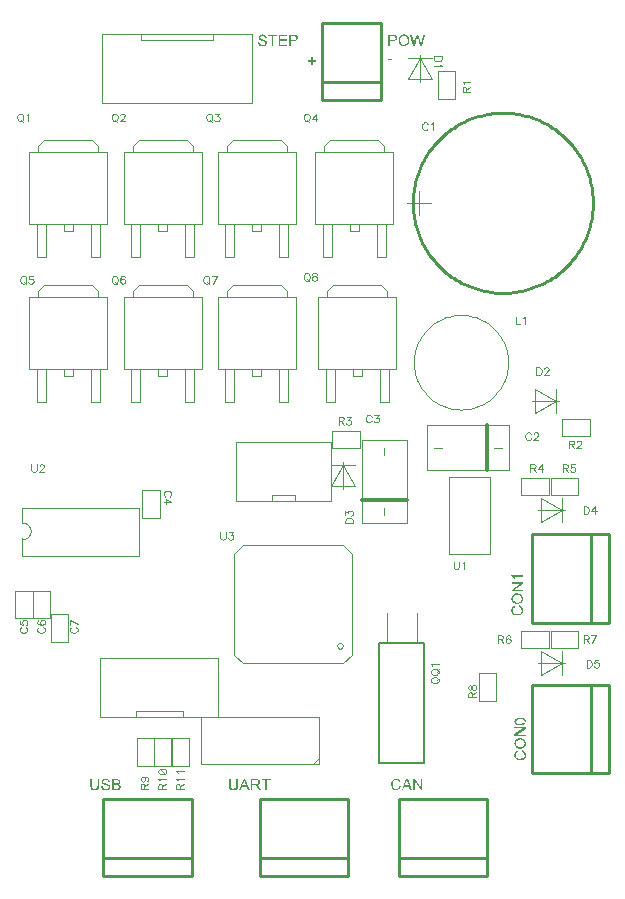
<source format=gts>
G04*
G04  File:            STEP_DIMA1A.GTS, Thu Jun 24 12:16:09 2021*
G04  Source:          P-CAD 2004 PCB, Version 18.04.615, (D:\proj\velograph\snail\pcb\step_dima1a.pcb)*
G04  Format:          Gerber Format (RS-274-D), ASCII*
G04*
G04  Format Options:  Absolute Positioning*
G04                   Leading-Zero Suppression*
G04                   Scale Factor 1:1*
G04                   NO Circular Interpolation*
G04                   Millimeter Units*
G04                   Numeric Format: 5.3 (XXXXX.XXX)*
G04                   G54 NOT Used for Aperture Change*
G04                   Apertures Embedded*
G04*
G04  File Options:    Offset = (0.000mm,0.000mm)*
G04                   Drill Symbol Size = 0.000mm*
G04                   No Pad/Via Holes*
G04*
G04  File Contents:   No Pads*
G04                   No Vias*
G04                   Designators*
G04                   No Types*
G04                   No Values*
G04                   No Drill Symbols*
G04                   Top Silk*
G04*
%INSTEP_DIMA1A.GTS*%
%ICAS*%
%MOMM*%
G04*
G04  Aperture MACROs for general use --- invoked via D-code assignment *
G04*
G04  General MACRO for flashed round with rotation and/or offset hole *
%AMROTOFFROUND*
1,1,$1,0.0000,0.0000*
1,0,$2,$3,$4*%
G04*
G04  General MACRO for flashed oval (obround) with rotation and/or offset hole *
%AMROTOFFOVAL*
21,1,$1,$2,0.0000,0.0000,$3*
1,1,$4,$5,$6*
1,1,$4,0-$5,0-$6*
1,0,$7,$8,$9*%
G04*
G04  General MACRO for flashed oval (obround) with rotation and no hole *
%AMROTOVALNOHOLE*
21,1,$1,$2,0.0000,0.0000,$3*
1,1,$4,$5,$6*
1,1,$4,0-$5,0-$6*%
G04*
G04  General MACRO for flashed rectangle with rotation and/or offset hole *
%AMROTOFFRECT*
21,1,$1,$2,0.0000,0.0000,$3*
1,0,$4,$5,$6*%
G04*
G04  General MACRO for flashed rectangle with rotation and no hole *
%AMROTRECTNOHOLE*
21,1,$1,$2,0.0000,0.0000,$3*%
G04*
G04  General MACRO for flashed rounded-rectangle *
%AMROUNDRECT*
21,1,$1,$2-$4,0.0000,0.0000,$3*
21,1,$1-$4,$2,0.0000,0.0000,$3*
1,1,$4,$5,$6*
1,1,$4,$7,$8*
1,1,$4,0-$5,0-$6*
1,1,$4,0-$7,0-$8*
1,0,$9,$10,$11*%
G04*
G04  General MACRO for flashed rounded-rectangle with rotation and no hole *
%AMROUNDRECTNOHOLE*
21,1,$1,$2-$4,0.0000,0.0000,$3*
21,1,$1-$4,$2,0.0000,0.0000,$3*
1,1,$4,$5,$6*
1,1,$4,$7,$8*
1,1,$4,0-$5,0-$6*
1,1,$4,0-$7,0-$8*%
G04*
G04  General MACRO for flashed regular polygon *
%AMREGPOLY*
5,1,$1,0.0000,0.0000,$2,$3+$4*
1,0,$5,$6,$7*%
G04*
G04  General MACRO for flashed regular polygon with no hole *
%AMREGPOLYNOHOLE*
5,1,$1,0.0000,0.0000,$2,$3+$4*%
G04*
G04  General MACRO for target *
%AMTARGET*
6,0,0,$1,$2,$3,4,$4,$5,$6*%
G04*
G04  General MACRO for mounting hole *
%AMMTHOLE*
1,1,$1,0,0*
1,0,$2,0,0*
$1=$1-$2*
$1=$1/2*
21,1,$2+$1,$3,0,0,$4*
21,1,$3,$2+$1,0,0,$4*%
G04*
G04*
G04  D10 : "Ellipse X0.254mm Y0.254mm H0.000mm 0.0deg (0.000mm,0.000mm) Draw"*
G04  Disc: OuterDia=0.2540*
%ADD10C, 0.2540*%
G04  D11 : "Ellipse X0.025mm Y0.025mm H0.000mm 0.0deg (0.000mm,0.000mm) Draw"*
G04  Disc: OuterDia=0.0254*
%ADD11C, 0.0254*%
G04  D12 : "Ellipse X0.300mm Y0.300mm H0.000mm 0.0deg (0.000mm,0.000mm) Draw"*
G04  Disc: OuterDia=0.3000*
%ADD12C, 0.3000*%
G04  D13 : "Ellipse X0.305mm Y0.305mm H0.000mm 0.0deg (0.000mm,0.000mm) Draw"*
G04  Disc: OuterDia=0.3048*
%ADD13C, 0.3048*%
G04  D14 : "Ellipse X0.310mm Y0.310mm H0.000mm 0.0deg (0.000mm,0.000mm) Draw"*
G04  Disc: OuterDia=0.3100*
%ADD14C, 0.3100*%
G04  D15 : "Ellipse X0.350mm Y0.350mm H0.000mm 0.0deg (0.000mm,0.000mm) Draw"*
G04  Disc: OuterDia=0.3500*
%ADD15C, 0.3500*%
G04  D16 : "Ellipse X0.381mm Y0.381mm H0.000mm 0.0deg (0.000mm,0.000mm) Draw"*
G04  Disc: OuterDia=0.3810*
%ADD16C, 0.3810*%
G04  D17 : "Ellipse X0.500mm Y0.500mm H0.000mm 0.0deg (0.000mm,0.000mm) Draw"*
G04  Disc: OuterDia=0.5000*
%ADD17C, 0.5000*%
G04  D18 : "Ellipse X0.064mm Y0.064mm H0.000mm 0.0deg (0.000mm,0.000mm) Draw"*
G04  Disc: OuterDia=0.0635*
%ADD18C, 0.0635*%
G04  D19 : "Ellipse X0.635mm Y0.635mm H0.000mm 0.0deg (0.000mm,0.000mm) Draw"*
G04  Disc: OuterDia=0.6350*
%ADD19C, 0.6350*%
G04  D20 : "Ellipse X0.700mm Y0.700mm H0.000mm 0.0deg (0.000mm,0.000mm) Draw"*
G04  Disc: OuterDia=0.7000*
%ADD20C, 0.7000*%
G04  D21 : "Ellipse X0.076mm Y0.076mm H0.000mm 0.0deg (0.000mm,0.000mm) Draw"*
G04  Disc: OuterDia=0.0762*
%ADD21C, 0.0762*%
G04  D22 : "Ellipse X0.100mm Y0.100mm H0.000mm 0.0deg (0.000mm,0.000mm) Draw"*
G04  Disc: OuterDia=0.1000*
%ADD22C, 0.1000*%
G04  D23 : "Ellipse X1.000mm Y1.000mm H0.000mm 0.0deg (0.000mm,0.000mm) Draw"*
G04  Disc: OuterDia=1.0000*
%ADD23C, 1.0000*%
G04  D24 : "Ellipse X0.102mm Y0.102mm H0.000mm 0.0deg (0.000mm,0.000mm) Draw"*
G04  Disc: OuterDia=0.1016*
%ADD24C, 0.1016*%
G04  D25 : "Ellipse X0.127mm Y0.127mm H0.000mm 0.0deg (0.000mm,0.000mm) Draw"*
G04  Disc: OuterDia=0.1270*
%ADD25C, 0.1270*%
G04  D26 : "Ellipse X1.300mm Y1.300mm H0.000mm 0.0deg (0.000mm,0.000mm) Draw"*
G04  Disc: OuterDia=1.3000*
%ADD26C, 1.3000*%
G04  D27 : "Ellipse X1.500mm Y1.500mm H0.000mm 0.0deg (0.000mm,0.000mm) Draw"*
G04  Disc: OuterDia=1.5000*
%ADD27C, 1.5000*%
G04  D28 : "Ellipse X0.200mm Y0.200mm H0.000mm 0.0deg (0.000mm,0.000mm) Draw"*
G04  Disc: OuterDia=0.2000*
%ADD28C, 0.2000*%
G04  D29 : "Ellipse X2.000mm Y2.000mm H0.000mm 0.0deg (0.000mm,0.000mm) Draw"*
G04  Disc: OuterDia=2.0000*
%ADD29C, 2.0000*%
G04  D30 : "Ellipse X0.203mm Y0.203mm H0.000mm 0.0deg (0.000mm,0.000mm) Draw"*
G04  Disc: OuterDia=0.2032*
%ADD30C, 0.2032*%
G04  D31 : "Ellipse X0.250mm Y0.250mm H0.000mm 0.0deg (0.000mm,0.000mm) Draw"*
G04  Disc: OuterDia=0.2500*
%ADD31C, 0.2500*%
G04  D32 : "Ellipse X2.602mm Y2.602mm H0.000mm 0.0deg (0.000mm,0.000mm) Flash"*
G04  Disc: OuterDia=2.6020*
%ADD32C, 2.6020*%
G04  D33 : "Ellipse X3.602mm Y3.602mm H0.000mm 0.0deg (0.000mm,0.000mm) Flash"*
G04  Disc: OuterDia=3.6020*
%ADD33C, 3.6020*%
G04  D34 : "Ellipse X1.270mm Y1.270mm H0.000mm 0.0deg (0.000mm,0.000mm) Flash"*
G04  Disc: OuterDia=1.2700*
%ADD34C, 1.2700*%
G04  D35 : "Ellipse X1.372mm Y1.372mm H0.000mm 0.0deg (0.000mm,0.000mm) Flash"*
G04  Disc: OuterDia=1.3720*
%ADD35C, 1.3720*%
G04  D36 : "Ellipse X1.400mm Y1.400mm H0.000mm 0.0deg (0.000mm,0.000mm) Flash"*
G04  Disc: OuterDia=1.4000*
%ADD36C, 1.4000*%
G04  D37 : "Ellipse X1.502mm Y1.502mm H0.000mm 0.0deg (0.000mm,0.000mm) Flash"*
G04  Disc: OuterDia=1.5020*
%ADD37C, 1.5020*%
G04  D38 : "Ellipse X1.600mm Y1.600mm H0.000mm 0.0deg (0.000mm,0.000mm) Flash"*
G04  Disc: OuterDia=1.6000*
%ADD38C, 1.6000*%
G04  D39 : "Ellipse X1.702mm Y1.702mm H0.000mm 0.0deg (0.000mm,0.000mm) Flash"*
G04  Disc: OuterDia=1.7020*
%ADD39C, 1.7020*%
G04  D40 : "Ellipse X1.800mm Y1.800mm H0.000mm 0.0deg (0.000mm,0.000mm) Flash"*
G04  Disc: OuterDia=1.8000*
%ADD40C, 1.8000*%
G04  D41 : "Ellipse X1.902mm Y1.902mm H0.000mm 0.0deg (0.000mm,0.000mm) Flash"*
G04  Disc: OuterDia=1.9020*
%ADD41C, 1.9020*%
G04  D42 : "Ellipse X2.500mm Y2.500mm H0.000mm 0.0deg (0.000mm,0.000mm) Flash"*
G04  Disc: OuterDia=2.5000*
%ADD42C, 2.5000*%
G04  D43 : "Mounting Hole X3.500mm Y3.500mm H0.000mm 0.0deg (0.000mm,0.000mm) Flash"*
G04  Mounting Hole: Diameter=3.5000, Rotation=0.0, LineWidth=0.1270 *
%ADD43MTHOLE, 3.5000 X2.9920 X0.1270 X0.0*%
G04  D44 : "Rectangle X0.300mm Y1.500mm H0.000mm 0.0deg (0.000mm,0.000mm) Flash"*
G04  Rectangular: DimX=0.3000, DimY=1.5000, Rotation=0.0, OffsetX=0.0000, OffsetY=0.0000, HoleDia=0.0000 *
%ADD44R, 0.3000 X1.5000*%
G04  D45 : "Rectangle X1.500mm Y0.300mm H0.000mm 0.0deg (0.000mm,0.000mm) Flash"*
G04  Rectangular: DimX=1.5000, DimY=0.3000, Rotation=0.0, OffsetX=0.0000, OffsetY=0.0000, HoleDia=0.0000 *
%ADD45R, 1.5000 X0.3000*%
G04  D46 : "Rectangle X4.600mm Y2.800mm H0.000mm 0.0deg (0.000mm,0.000mm) Flash"*
G04  Rectangular: DimX=4.6000, DimY=2.8000, Rotation=0.0, OffsetX=0.0000, OffsetY=0.0000, HoleDia=0.0000 *
%ADD46R, 4.6000 X2.8000*%
G04  D47 : "Rectangle X4.700mm Y2.900mm H0.000mm 0.0deg (0.000mm,0.000mm) Flash"*
G04  Rectangular: DimX=4.7000, DimY=2.9000, Rotation=0.0, OffsetX=0.0000, OffsetY=0.0000, HoleDia=0.0000 *
%ADD47R, 4.7000 X2.9000*%
G04  D48 : "Rectangle X4.800mm Y3.000mm H0.000mm 0.0deg (0.000mm,0.000mm) Flash"*
G04  Rectangular: DimX=4.8000, DimY=3.0000, Rotation=0.0, OffsetX=0.0000, OffsetY=0.0000, HoleDia=0.0000 *
%ADD48R, 4.8000 X3.0000*%
G04  D49 : "Rectangle X7.500mm Y3.000mm H0.000mm 0.0deg (0.000mm,0.000mm) Flash"*
G04  Rectangular: DimX=7.5000, DimY=3.0000, Rotation=0.0, OffsetX=0.0000, OffsetY=0.0000, HoleDia=0.0000 *
%ADD49R, 7.5000 X3.0000*%
G04  D50 : "Rectangle X7.602mm Y3.102mm H0.000mm 0.0deg (0.000mm,0.000mm) Flash"*
G04  Rectangular: DimX=7.6020, DimY=3.1020, Rotation=0.0, OffsetX=0.0000, OffsetY=0.0000, HoleDia=0.0000 *
%ADD50R, 7.6020 X3.1020*%
G04  D51 : "Rectangle X1.400mm Y3.500mm H0.000mm 0.0deg (0.000mm,0.000mm) Flash"*
G04  Rectangular: DimX=1.4000, DimY=3.5000, Rotation=0.0, OffsetX=0.0000, OffsetY=0.0000, HoleDia=0.0000 *
%ADD51R, 1.4000 X3.5000*%
G04  D52 : "Rectangle X1.502mm Y3.602mm H0.000mm 0.0deg (0.000mm,0.000mm) Flash"*
G04  Rectangular: DimX=1.5020, DimY=3.6020, Rotation=0.0, OffsetX=0.0000, OffsetY=0.0000, HoleDia=0.0000 *
%ADD52R, 1.5020 X3.6020*%
G04  D53 : "Rectangle X0.402mm Y1.602mm H0.000mm 0.0deg (0.000mm,0.000mm) Flash"*
G04  Rectangular: DimX=0.4020, DimY=1.6020, Rotation=0.0, OffsetX=0.0000, OffsetY=0.0000, HoleDia=0.0000 *
%ADD53R, 0.4020 X1.6020*%
G04  D54 : "Rectangle X1.602mm Y0.402mm H0.000mm 0.0deg (0.000mm,0.000mm) Flash"*
G04  Rectangular: DimX=1.6020, DimY=0.4020, Rotation=0.0, OffsetX=0.0000, OffsetY=0.0000, HoleDia=0.0000 *
%ADD54R, 1.6020 X0.4020*%
G04  D55 : "Rectangle X5.080mm Y5.080mm H0.000mm 0.0deg (0.000mm,0.000mm) Flash"*
G04  Square: Side=5.0800, Rotation=0.0, OffsetX=0.0000, OffsetY=0.0000, HoleDia=0.0000*
%ADD55R, 5.0800 X5.0800*%
G04  D56 : "Rectangle X5.182mm Y5.182mm H0.000mm 0.0deg (0.000mm,0.000mm) Flash"*
G04  Square: Side=5.1820, Rotation=0.0, OffsetX=0.0000, OffsetY=0.0000, HoleDia=0.0000*
%ADD56R, 5.1820 X5.1820*%
G04  D57 : "Rectangle X0.600mm Y0.900mm H0.000mm 0.0deg (0.000mm,0.000mm) Flash"*
G04  Rectangular: DimX=0.6000, DimY=0.9000, Rotation=0.0, OffsetX=0.0000, OffsetY=0.0000, HoleDia=0.0000 *
%ADD57R, 0.6000 X0.9000*%
G04  D58 : "Rectangle X0.900mm Y0.600mm H0.000mm 0.0deg (0.000mm,0.000mm) Flash"*
G04  Rectangular: DimX=0.9000, DimY=0.6000, Rotation=0.0, OffsetX=0.0000, OffsetY=0.0000, HoleDia=0.0000 *
%ADD58R, 0.9000 X0.6000*%
G04  D59 : "Rectangle X0.650mm Y1.310mm H0.000mm 0.0deg (0.000mm,0.000mm) Flash"*
G04  Rectangular: DimX=0.6500, DimY=1.3100, Rotation=0.0, OffsetX=0.0000, OffsetY=0.0000, HoleDia=0.0000 *
%ADD59R, 0.6500 X1.3100*%
G04  D60 : "Rectangle X0.702mm Y1.002mm H0.000mm 0.0deg (0.000mm,0.000mm) Flash"*
G04  Rectangular: DimX=0.7020, DimY=1.0020, Rotation=0.0, OffsetX=0.0000, OffsetY=0.0000, HoleDia=0.0000 *
%ADD60R, 0.7020 X1.0020*%
G04  D61 : "Rectangle X1.002mm Y0.702mm H0.000mm 0.0deg (0.000mm,0.000mm) Flash"*
G04  Rectangular: DimX=1.0020, DimY=0.7020, Rotation=0.0, OffsetX=0.0000, OffsetY=0.0000, HoleDia=0.0000 *
%ADD61R, 1.0020 X0.7020*%
G04  D62 : "Rectangle X0.752mm Y1.412mm H0.000mm 0.0deg (0.000mm,0.000mm) Flash"*
G04  Rectangular: DimX=0.7520, DimY=1.4120, Rotation=0.0, OffsetX=0.0000, OffsetY=0.0000, HoleDia=0.0000 *
%ADD62R, 0.7520 X1.4120*%
G04  D63 : "Rectangle X1.220mm Y0.910mm H0.000mm 0.0deg (0.000mm,0.000mm) Flash"*
G04  Rectangular: DimX=1.2200, DimY=0.9100, Rotation=0.0, OffsetX=0.0000, OffsetY=0.0000, HoleDia=0.0000 *
%ADD63R, 1.2200 X0.9100*%
G04  D64 : "Rectangle X0.950mm Y1.100mm H0.000mm 0.0deg (0.000mm,0.000mm) Flash"*
G04  Rectangular: DimX=0.9500, DimY=1.1000, Rotation=0.0, OffsetX=0.0000, OffsetY=0.0000, HoleDia=0.0000 *
%ADD64R, 0.9500 X1.1000*%
G04  D65 : "Rectangle X1.322mm Y1.012mm H0.000mm 0.0deg (0.000mm,0.000mm) Flash"*
G04  Rectangular: DimX=1.3220, DimY=1.0120, Rotation=0.0, OffsetX=0.0000, OffsetY=0.0000, HoleDia=0.0000 *
%ADD65R, 1.3220 X1.0120*%
G04  D66 : "Rectangle X1.052mm Y1.202mm H0.000mm 0.0deg (0.000mm,0.000mm) Flash"*
G04  Rectangular: DimX=1.0520, DimY=1.2020, Rotation=0.0, OffsetX=0.0000, OffsetY=0.0000, HoleDia=0.0000 *
%ADD66R, 1.0520 X1.2020*%
G04  D67 : "Rectangle X1.600mm Y1.100mm H0.000mm 0.0deg (0.000mm,0.000mm) Flash"*
G04  Rectangular: DimX=1.6000, DimY=1.1000, Rotation=0.0, OffsetX=0.0000, OffsetY=0.0000, HoleDia=0.0000 *
%ADD67R, 1.6000 X1.1000*%
G04  D68 : "Rectangle X1.400mm Y1.200mm H0.000mm 0.0deg (0.000mm,0.000mm) Flash"*
G04  Rectangular: DimX=1.4000, DimY=1.2000, Rotation=0.0, OffsetX=0.0000, OffsetY=0.0000, HoleDia=0.0000 *
%ADD68R, 1.4000 X1.2000*%
G04  D69 : "Rectangle X1.702mm Y1.202mm H0.000mm 0.0deg (0.000mm,0.000mm) Flash"*
G04  Rectangular: DimX=1.7020, DimY=1.2020, Rotation=0.0, OffsetX=0.0000, OffsetY=0.0000, HoleDia=0.0000 *
%ADD69R, 1.7020 X1.2020*%
G04  D70 : "Rectangle X1.502mm Y1.302mm H0.000mm 0.0deg (0.000mm,0.000mm) Flash"*
G04  Rectangular: DimX=1.5020, DimY=1.3020, Rotation=0.0, OffsetX=0.0000, OffsetY=0.0000, HoleDia=0.0000 *
%ADD70R, 1.5020 X1.3020*%
G04  D71 : "Rectangle X1.500mm Y1.800mm H0.000mm 0.0deg (0.000mm,0.000mm) Flash"*
G04  Rectangular: DimX=1.5000, DimY=1.8000, Rotation=0.0, OffsetX=0.0000, OffsetY=0.0000, HoleDia=0.0000 *
%ADD71R, 1.5000 X1.8000*%
G04  D72 : "Rectangle X1.800mm Y1.500mm H0.000mm 0.0deg (0.000mm,0.000mm) Flash"*
G04  Rectangular: DimX=1.8000, DimY=1.5000, Rotation=0.0, OffsetX=0.0000, OffsetY=0.0000, HoleDia=0.0000 *
%ADD72R, 1.8000 X1.5000*%
G04  D73 : "Rectangle X1.600mm Y1.350mm H0.000mm 0.0deg (0.000mm,0.000mm) Flash"*
G04  Rectangular: DimX=1.6000, DimY=1.3500, Rotation=0.0, OffsetX=0.0000, OffsetY=0.0000, HoleDia=0.0000 *
%ADD73R, 1.6000 X1.3500*%
G04  D74 : "Rectangle X1.602mm Y1.902mm H0.000mm 0.0deg (0.000mm,0.000mm) Flash"*
G04  Rectangular: DimX=1.6020, DimY=1.9020, Rotation=0.0, OffsetX=0.0000, OffsetY=0.0000, HoleDia=0.0000 *
%ADD74R, 1.6020 X1.9020*%
G04  D75 : "Rectangle X1.902mm Y1.602mm H0.000mm 0.0deg (0.000mm,0.000mm) Flash"*
G04  Rectangular: DimX=1.9020, DimY=1.6020, Rotation=0.0, OffsetX=0.0000, OffsetY=0.0000, HoleDia=0.0000 *
%ADD75R, 1.9020 X1.6020*%
G04  D76 : "Rectangle X1.702mm Y1.452mm H0.000mm 0.0deg (0.000mm,0.000mm) Flash"*
G04  Rectangular: DimX=1.7020, DimY=1.4520, Rotation=0.0, OffsetX=0.0000, OffsetY=0.0000, HoleDia=0.0000 *
%ADD76R, 1.7020 X1.4520*%
G04  D77 : "Rectangle X1.778mm Y3.175mm H0.000mm 0.0deg (0.000mm,0.000mm) Flash"*
G04  Rectangular: DimX=1.7780, DimY=3.1750, Rotation=0.0, OffsetX=0.0000, OffsetY=0.0000, HoleDia=0.0000 *
%ADD77R, 1.7780 X3.1750*%
G04  D78 : "Rectangle X1.800mm Y1.800mm H0.000mm 0.0deg (0.000mm,0.000mm) Flash"*
G04  Square: Side=1.8000, Rotation=0.0, OffsetX=0.0000, OffsetY=0.0000, HoleDia=0.0000*
%ADD78R, 1.8000 X1.8000*%
G04  D79 : "Rectangle X1.880mm Y3.277mm H0.000mm 0.0deg (0.000mm,0.000mm) Flash"*
G04  Rectangular: DimX=1.8800, DimY=3.2770, Rotation=0.0, OffsetX=0.0000, OffsetY=0.0000, HoleDia=0.0000 *
%ADD79R, 1.8800 X3.2770*%
G04  D80 : "Rectangle X0.200mm Y1.900mm H0.000mm 0.0deg (0.000mm,0.000mm) Flash"*
G04  Rectangular: DimX=0.2000, DimY=1.9000, Rotation=0.0, OffsetX=0.0000, OffsetY=0.0000, HoleDia=0.0000 *
%ADD80R, 0.2000 X1.9000*%
G04  D81 : "Rectangle X1.902mm Y1.902mm H0.000mm 0.0deg (0.000mm,0.000mm) Flash"*
G04  Square: Side=1.9020, Rotation=0.0, OffsetX=0.0000, OffsetY=0.0000, HoleDia=0.0000*
%ADD81R, 1.9020 X1.9020*%
G04  D82 : "Rectangle X0.300mm Y2.000mm H0.000mm 0.0deg (0.000mm,0.000mm) Flash"*
G04  Rectangular: DimX=0.3000, DimY=2.0000, Rotation=0.0, OffsetX=0.0000, OffsetY=0.0000, HoleDia=0.0000 *
%ADD82R, 0.3000 X2.0000*%
G04  D83 : "Rectangle X2.000mm Y4.000mm H0.000mm 0.0deg (0.000mm,0.000mm) Flash"*
G04  Rectangular: DimX=2.0000, DimY=4.0000, Rotation=0.0, OffsetX=0.0000, OffsetY=0.0000, HoleDia=0.0000 *
%ADD83R, 2.0000 X4.0000*%
G04  D84 : "Rectangle X4.000mm Y2.000mm H0.000mm 0.0deg (0.000mm,0.000mm) Flash"*
G04  Rectangular: DimX=4.0000, DimY=2.0000, Rotation=0.0, OffsetX=0.0000, OffsetY=0.0000, HoleDia=0.0000 *
%ADD84R, 4.0000 X2.0000*%
G04  D85 : "Rectangle X0.400mm Y2.100mm H0.000mm 0.0deg (0.000mm,0.000mm) Flash"*
G04  Rectangular: DimX=0.4000, DimY=2.1000, Rotation=0.0, OffsetX=0.0000, OffsetY=0.0000, HoleDia=0.0000 *
%ADD85R, 0.4000 X2.1000*%
G04  D86 : "Rectangle X2.102mm Y4.102mm H0.000mm 0.0deg (0.000mm,0.000mm) Flash"*
G04  Rectangular: DimX=2.1020, DimY=4.1020, Rotation=0.0, OffsetX=0.0000, OffsetY=0.0000, HoleDia=0.0000 *
%ADD86R, 2.1020 X4.1020*%
G04  D87 : "Rectangle X4.102mm Y2.102mm H0.000mm 0.0deg (0.000mm,0.000mm) Flash"*
G04  Rectangular: DimX=4.1020, DimY=2.1020, Rotation=0.0, OffsetX=0.0000, OffsetY=0.0000, HoleDia=0.0000 *
%ADD87R, 4.1020 X2.1020*%
G04  D88 : "Ellipse X0.600mm Y0.600mm H0.000mm 0.0deg (0.000mm,0.000mm) Flash"*
G04  Disc: OuterDia=0.6000*
%ADD88C, 0.6000*%
G04  D89 : "Ellipse X0.702mm Y0.702mm H0.000mm 0.0deg (0.000mm,0.000mm) Flash"*
G04  Disc: OuterDia=0.7020*
%ADD89C, 0.7020*%
G04*
%FSLAX53Y53*%
%SFA1B1*%
%OFA0.000B0.000*%
G04*
G71*
G90*
G01*
D2*
%LNTop Silk*%
D10*
D22*
X384475Y385325*
X383025D1*
Y387675D2*
X384475D1*
Y385325*
X383025D2*
Y387675D1*
X384781Y386562D2*
X384718Y386531D1*
X384656Y386468*
X384625Y386406*
Y386281*
X384656Y386218*
X384718Y386156*
X384781Y386125*
X384875Y386093*
X385031*
X385125Y386125*
X385187Y386156*
X385250Y386218*
X385281Y386281*
Y386406*
X385250Y386468*
X385187Y386531*
X385125Y386562*
X385281Y386875D2*
X384625Y387187D1*
Y386750*
D2*
D25*
D22*
X417225Y431325*
X415775D1*
Y433675D2*
X417225D1*
Y431325*
X415775D2*
Y433675D1*
X418187Y431875D2*
Y432156D1*
X418156Y432250*
X418125Y432281*
X418062Y432312*
X418000*
X417937Y432281*
X417906Y432250*
X417875Y432156*
Y431875*
X418531*
X418187Y432093D2*
X418531Y432312D1*
X418000Y432593D2*
X417968Y432656D1*
X417875Y432750*
X418531*
X422825Y384775D2*
Y386225D1*
X425175D2*
Y384775D1*
X422825*
Y386225D2*
X425175D1*
X420875Y385562D2*
X421156D1*
X421250Y385593*
X421281Y385625*
X421312Y385687*
Y385750*
X421281Y385812*
X421250Y385843*
X421156Y385875*
X420875*
Y385218*
X421093Y385562D2*
X421312Y385218D1*
X421906Y385781D2*
X421875Y385843D1*
X421781Y385875*
X421718*
X421625Y385843*
X421562Y385750*
X421531Y385593*
Y385437*
X421562Y385312*
X421625Y385250*
X421718Y385218*
X421750*
X421843Y385250*
X421906Y385312*
X421937Y385406*
Y385437*
X421906Y385531*
X421843Y385593*
X421750Y385625*
X421718*
X421625Y385593*
X421562Y385531*
X421531Y385437*
X425175Y399225D2*
Y397775D1*
X422825D2*
Y399225D1*
X425175*
Y397775D2*
X422825D1*
X423625Y400062D2*
X423906D1*
X424000Y400093*
X424031Y400125*
X424062Y400187*
Y400250*
X424031Y400312*
X424000Y400343*
X423906Y400375*
X423625*
Y399718*
X423843Y400062D2*
X424062Y399718D1*
X424562D2*
Y400375D1*
X424250Y399937*
X424718*
X390775Y398175D2*
X392225D1*
Y395825D2*
X390775D1*
Y398175*
X392225D2*
Y395825D1*
X393068Y397637D2*
X393131Y397668D1*
X393193Y397731*
X393225Y397793*
Y397918*
X393193Y397981*
X393131Y398043*
X393068Y398075*
X392975Y398106*
X392818*
X392725Y398075*
X392662Y398043*
X392600Y397981*
X392568Y397918*
Y397793*
X392600Y397731*
X392662Y397668*
X392725Y397637*
X392568Y397137D2*
X393225D1*
X392787Y397450*
Y396981*
X391725Y374825D2*
X390275D1*
Y377175D2*
X391725D1*
Y374825*
X390275D2*
Y377175D1*
X390937Y372875D2*
Y373156D1*
X390906Y373250*
X390875Y373281*
X390812Y373312*
X390750*
X390687Y373281*
X390656Y373250*
X390625Y373156*
Y372875*
X391281*
X390937Y373093D2*
X391281Y373312D1*
X390843Y373906D2*
X390937Y373875D1*
X391000Y373812*
X391031Y373718*
Y373687*
X391000Y373593*
X390937Y373531*
X390843Y373500*
X390812*
X390718Y373531*
X390656Y373593*
X390625Y373687*
Y373718*
X390656Y373812*
X390718Y373875*
X390843Y373906*
X391000*
X391156Y373875*
X391250Y373812*
X391281Y373718*
Y373656*
X391250Y373562*
X391187Y373531*
X393225Y374825D2*
X391775D1*
Y377175D2*
X393225D1*
Y374825*
X391775D2*
Y377175D1*
X392437Y372875D2*
Y373156D1*
X392406Y373250*
X392375Y373281*
X392312Y373312*
X392250*
X392187Y373281*
X392156Y373250*
X392125Y373156*
Y372875*
X392781*
X392437Y373093D2*
X392781Y373312D1*
X392250Y373593D2*
X392218Y373656D1*
X392125Y373750*
X392781*
X392125Y374312D2*
X392156Y374218D1*
X392250Y374156*
X392406Y374125*
X392500*
X392656Y374156*
X392750Y374218*
X392781Y374312*
Y374375*
X392750Y374468*
X392656Y374531*
X392500Y374562*
X392406*
X392250Y374531*
X392156Y374468*
X392125Y374375*
Y374312*
X392250Y374531D2*
X392656Y374156D1*
X394725Y374825D2*
X393275D1*
Y377175D2*
X394725D1*
Y374825*
X393275D2*
Y377175D1*
X393937Y372875D2*
Y373156D1*
X393906Y373250*
X393875Y373281*
X393812Y373312*
X393750*
X393687Y373281*
X393656Y373250*
X393625Y373156*
Y372875*
X394281*
X393937Y373093D2*
X394281Y373312D1*
X393750Y373593D2*
X393718Y373656D1*
X393625Y373750*
X394281*
X393750Y374218D2*
X393718Y374281D1*
X393625Y374375*
X394281*
D2*
D25*
D22*
X409175Y403225*
Y401775D1*
X406825D2*
Y403225D1*
X409175*
Y401775D2*
X406825D1*
X407375Y404062D2*
X407656D1*
X407750Y404093*
X407781Y404125*
X407812Y404187*
Y404250*
X407781Y404312*
X407750Y404343*
X407656Y404375*
X407375*
Y403718*
X407593Y404062D2*
X407812Y403718D1*
X408062Y404375D2*
X408406D1*
X408218Y404125*
X408312*
X408375Y404093*
X408406Y404062*
X408437Y403968*
Y403906*
X408406Y403812*
X408343Y403750*
X408250Y403718*
X408156*
X408062Y403750*
X408031Y403781*
X408000Y403843*
D2*
D10*
X410960Y437750*
Y431250D1*
X405960Y437750D2*
Y431250D1*
X410960Y437750D2*
X405960D1*
X410960Y431250D2*
X405960D1*
X410960Y432750D2*
X405960D1*
D2*
D22*
X415266Y434766*
X413234D1*
X415266Y432988D2*
X413234D1*
X414250Y434766*
X415266Y432988*
X414250Y435020D2*
Y432734D1*
X416122Y434924D2*
X415466D1*
Y434706*
X415497Y434612*
X415560Y434549*
X415622Y434518*
X415716Y434487*
X415872*
X415966Y434518*
X416028Y434549*
X416091Y434612*
X416122Y434706*
Y434924*
X415997Y434206D2*
X416028Y434143D1*
X416122Y434049*
X415466*
X408766Y400266D2*
X406734D1*
X408766Y398488D2*
X406734D1*
X407750Y400266*
X408766Y398488*
X407750Y400520D2*
Y398234D1*
X407937Y395375D2*
X408593D1*
Y395593*
X408562Y395687*
X408500Y395750*
X408437Y395781*
X408343Y395812*
X408187*
X408093Y395781*
X408031Y395750*
X407968Y395687*
X407937Y395593*
Y395375*
Y396062D2*
Y396406D1*
X408187Y396218*
Y396312*
X408218Y396375*
X408250Y396406*
X408343Y396437*
X408406*
X408500Y396406*
X408562Y396343*
X408593Y396250*
Y396156*
X408562Y396062*
X408531Y396031*
X408468Y396000*
X426266Y382484D2*
Y384516D1*
X424488Y382484D2*
Y384516D1*
X426266Y383500*
X424488Y382484*
X426520Y383500D2*
X424234D1*
X428375Y383812D2*
Y383156D1*
X428593*
X428687Y383187*
X428750Y383250*
X428781Y383312*
X428812Y383406*
Y383562*
X428781Y383656*
X428750Y383718*
X428687Y383781*
X428593Y383812*
X428375*
X429375D2*
X429062D1*
X429031Y383531*
X429062Y383562*
X429156Y383593*
X429250*
X429343Y383562*
X429406Y383500*
X429437Y383406*
Y383343*
X429406Y383250*
X429343Y383187*
X429250Y383156*
X429156*
X429062Y383187*
X429031Y383218*
X429000Y383281*
X425325Y384775D2*
Y386225D1*
X427675D2*
Y384775D1*
X425325*
Y386225D2*
X427675D1*
X428125Y385562D2*
X428406D1*
X428500Y385593*
X428531Y385625*
X428562Y385687*
Y385750*
X428531Y385812*
X428500Y385843*
X428406Y385875*
X428125*
Y385218*
X428343Y385562D2*
X428562Y385218D1*
X428875D2*
X429187Y385875D1*
X428750*
X425325Y397775D2*
Y399225D1*
X427675D2*
Y397775D1*
X425325*
Y399225D2*
X427675D1*
X426375Y400062D2*
X426656D1*
X426750Y400093*
X426781Y400125*
X426812Y400187*
Y400250*
X426781Y400312*
X426750Y400343*
X426656Y400375*
X426375*
Y399718*
X426593Y400062D2*
X426812Y399718D1*
X427375Y400375D2*
X427062D1*
X427031Y400093*
X427062Y400125*
X427156Y400156*
X427250*
X427343Y400125*
X427406Y400062*
X427437Y399968*
Y399906*
X427406Y399812*
X427343Y399750*
X427250Y399718*
X427156*
X427062Y399750*
X427031Y399781*
X427000Y399843*
D2*
D24*
X415500Y401750*
X416135D1*
D2*
D21*
X414865Y403655*
Y399845D1*
D2*
D13*
X419945Y403655*
Y399845D1*
D2*
D24*
X420580Y401750*
X421215D1*
D2*
D21*
X421850Y399845*
Y403655D1*
X414865Y399845D2*
X421850D1*
Y403655D2*
X414865D1*
D2*
D22*
X423671Y402906*
X423640Y402968D1*
X423578Y403031*
X423515Y403062*
X423390*
X423328Y403031*
X423265Y402968*
X423234Y402906*
X423203Y402812*
Y402656*
X423234Y402562*
X423265Y402500*
X423328Y402437*
X423390Y402406*
X423515*
X423578Y402437*
X423640Y402500*
X423671Y402562*
X423890Y402906D2*
Y402937D1*
X423921Y403000*
X423953Y403031*
X424015Y403062*
X424140*
X424203Y403031*
X424234Y403000*
X424265Y402937*
Y402875*
X424234Y402812*
X424171Y402718*
X423859Y402406*
X424296*
X425766Y404734D2*
Y406766D1*
X423988Y404734D2*
Y406766D1*
X425766Y405750*
X423988Y404734*
X426020Y405750D2*
X423734D1*
X424125Y408562D2*
Y407906D1*
X424343*
X424437Y407937*
X424500Y408000*
X424531Y408062*
X424562Y408156*
Y408312*
X424531Y408406*
X424500Y408468*
X424437Y408531*
X424343Y408562*
X424125*
X424781Y408406D2*
Y408437D1*
X424812Y408500*
X424843Y408531*
X424906Y408562*
X425031*
X425093Y408531*
X425125Y408500*
X425156Y408437*
Y408375*
X425125Y408312*
X425062Y408218*
X424750Y407906*
X425187*
X381475Y387325D2*
X380025D1*
Y389675D2*
X381475D1*
Y387325*
X380025D2*
Y389675D1*
X380531Y386562D2*
X380468Y386531D1*
X380406Y386468*
X380375Y386406*
Y386281*
X380406Y386218*
X380468Y386156*
X380531Y386125*
X380625Y386093*
X380781*
X380875Y386125*
X380937Y386156*
X381000Y386218*
X381031Y386281*
Y386406*
X381000Y386468*
X380937Y386531*
X380875Y386562*
X380375Y387125D2*
Y386812D1*
X380656Y386781*
X380625Y386812*
X380593Y386906*
Y387000*
X380625Y387093*
X380687Y387156*
X380781Y387187*
X380843*
X380937Y387156*
X381000Y387093*
X381031Y387000*
Y386906*
X381000Y386812*
X380968Y386781*
X380906Y386750*
X382975Y387325D2*
X381525D1*
Y389675D2*
X382975D1*
Y387325*
X381525D2*
Y389675D1*
X382031Y386562D2*
X381968Y386531D1*
X381906Y386468*
X381875Y386406*
Y386281*
X381906Y386218*
X381968Y386156*
X382031Y386125*
X382125Y386093*
X382281*
X382375Y386125*
X382437Y386156*
X382500Y386218*
X382531Y386281*
Y386406*
X382500Y386468*
X382437Y386531*
X382375Y386562*
X381968Y387156D2*
X381906Y387125D1*
X381875Y387031*
Y386968*
X381906Y386875*
X382000Y386812*
X382156Y386781*
X382312*
X382437Y386812*
X382500Y386875*
X382531Y386968*
Y387000*
X382500Y387093*
X382437Y387156*
X382343Y387187*
X382312*
X382218Y387156*
X382156Y387093*
X382125Y387000*
Y386968*
X382156Y386875*
X382218Y386812*
X382312Y386781*
X390210Y379000D2*
Y379500D1*
X394210D2*
Y379000D1*
X387210Y384000D2*
Y379000D1*
X397210D2*
Y384000D1*
X390210Y379500D2*
X394210D1*
X387210Y379000D2*
X397210D1*
Y384000D2*
X387210D1*
D2*
D11*
X384092Y420081*
Y420716D1*
X382568D2*
Y417922D1*
X381806*
Y420716*
X381933Y426812D2*
Y427320D1*
X382441Y427828*
X384854Y420716D2*
Y420081D1*
X387140Y420716D2*
Y417922D1*
X386378*
Y420716*
X386505Y427828D2*
X387013Y427320D1*
Y426812*
X381171D2*
Y420716D1*
X387775D2*
Y426812D1*
X384854Y420081D2*
X384092D1*
X381171Y420716D2*
X387775D1*
X382441Y427828D2*
X386505D1*
X387775Y426812D2*
X381171D1*
D2*
D22*
X380375Y430062*
X380312Y430031D1*
X380250Y429968*
X380218Y429906*
X380187Y429812*
Y429656*
X380218Y429562*
X380250Y429500*
X380312Y429437*
X380375Y429406*
X380500*
X380562Y429437*
X380625Y429500*
X380656Y429562*
X380687Y429656*
Y429812*
X380656Y429906*
X380625Y429968*
X380562Y430031*
X380500Y430062*
X380375*
X380468Y429531D2*
X380656Y429343D1*
X380968Y429937D2*
X381031Y429968D1*
X381125Y430062*
Y429406*
D2*
D11*
X392092Y420081*
Y420716D1*
X390568D2*
Y417922D1*
X389806*
Y420716*
X389933Y426812D2*
Y427320D1*
X390441Y427828*
X392854Y420716D2*
Y420081D1*
X395140Y420716D2*
Y417922D1*
X394378*
Y420716*
X394505Y427828D2*
X395013Y427320D1*
Y426812*
X389171D2*
Y420716D1*
X395775D2*
Y426812D1*
X392854Y420081D2*
X392092D1*
X389171Y420716D2*
X395775D1*
X390441Y427828D2*
X394505D1*
X395775Y426812D2*
X389171D1*
D2*
D22*
X388375Y430062*
X388312Y430031D1*
X388250Y429968*
X388218Y429906*
X388187Y429812*
Y429656*
X388218Y429562*
X388250Y429500*
X388312Y429437*
X388375Y429406*
X388500*
X388562Y429437*
X388625Y429500*
X388656Y429562*
X388687Y429656*
Y429812*
X388656Y429906*
X388625Y429968*
X388562Y430031*
X388500Y430062*
X388375*
X388468Y429531D2*
X388656Y429343D1*
X388906Y429906D2*
Y429937D1*
X388937Y430000*
X388968Y430031*
X389031Y430062*
X389156*
X389218Y430031*
X389250Y430000*
X389281Y429937*
Y429875*
X389250Y429812*
X389187Y429718*
X388875Y429406*
X389312*
D2*
D11*
X384092Y407831*
Y408466D1*
X382568D2*
Y405672D1*
X381806*
Y408466*
X381933Y414562D2*
Y415070D1*
X382441Y415578*
X384854Y408466D2*
Y407831D1*
X387140Y408466D2*
Y405672D1*
X386378*
Y408466*
X386505Y415578D2*
X387013Y415070D1*
Y414562*
X381171D2*
Y408466D1*
X387775D2*
Y414562D1*
X384854Y407831D2*
X384092D1*
X381171Y408466D2*
X387775D1*
X382441Y415578D2*
X386505D1*
X387775Y414562D2*
X381171D1*
D2*
D22*
X380625Y416312*
X380562Y416281D1*
X380500Y416218*
X380468Y416156*
X380437Y416062*
Y415906*
X380468Y415812*
X380500Y415750*
X380562Y415687*
X380625Y415656*
X380750*
X380812Y415687*
X380875Y415750*
X380906Y415812*
X380937Y415906*
Y416062*
X380906Y416156*
X380875Y416218*
X380812Y416281*
X380750Y416312*
X380625*
X380718Y415781D2*
X380906Y415593D1*
X381500Y416312D2*
X381187D1*
X381156Y416031*
X381187Y416062*
X381281Y416093*
X381375*
X381468Y416062*
X381531Y416000*
X381562Y415906*
Y415843*
X381531Y415750*
X381468Y415687*
X381375Y415656*
X381281*
X381187Y415687*
X381156Y415718*
X381125Y415781*
D2*
D11*
X392092Y407831*
Y408466D1*
X390568D2*
Y405672D1*
X389806*
Y408466*
X389933Y414562D2*
Y415070D1*
X390441Y415578*
X392854Y408466D2*
Y407831D1*
X395140Y408466D2*
Y405672D1*
X394378*
Y408466*
X394505Y415578D2*
X395013Y415070D1*
Y414562*
X389171D2*
Y408466D1*
X395775D2*
Y414562D1*
X392854Y407831D2*
X392092D1*
X389171Y408466D2*
X395775D1*
X390441Y415578D2*
X394505D1*
X395775Y414562D2*
X389171D1*
D2*
D22*
X388375Y416312*
X388312Y416281D1*
X388250Y416218*
X388218Y416156*
X388187Y416062*
Y415906*
X388218Y415812*
X388250Y415750*
X388312Y415687*
X388375Y415656*
X388500*
X388562Y415687*
X388625Y415750*
X388656Y415812*
X388687Y415906*
Y416062*
X388656Y416156*
X388625Y416218*
X388562Y416281*
X388500Y416312*
X388375*
X388468Y415781D2*
X388656Y415593D1*
X389281Y416218D2*
X389250Y416281D1*
X389156Y416312*
X389093*
X389000Y416281*
X388937Y416187*
X388906Y416031*
Y415875*
X388937Y415750*
X389000Y415687*
X389093Y415656*
X389125*
X389218Y415687*
X389281Y415750*
X389312Y415843*
Y415875*
X389281Y415968*
X389218Y416031*
X389125Y416062*
X389093*
X389000Y416031*
X388937Y415968*
X388906Y415875*
X426266Y395484D2*
Y397516D1*
X424488Y395484D2*
Y397516D1*
X426266Y396500*
X424488Y395484*
X426520Y396500D2*
X424234D1*
X428125Y396812D2*
Y396156D1*
X428343*
X428437Y396187*
X428500Y396250*
X428531Y396312*
X428562Y396406*
Y396562*
X428531Y396656*
X428500Y396718*
X428437Y396781*
X428343Y396812*
X428125*
X429062Y396156D2*
Y396812D1*
X428750Y396375*
X429218*
D2*
D30*
X412730Y385210*
X410825D1*
Y375050*
X414635*
Y385210*
X412730*
D2*
D24*
X414000Y387750*
Y385210D1*
X411460Y387750D2*
Y385210D1*
D2*
D22*
X415187Y382031*
X415218Y381968D1*
X415281Y381906*
X415343Y381875*
X415437Y381843*
X415593*
X415687Y381875*
X415750Y381906*
X415812Y381968*
X415843Y382031*
Y382156*
X415812Y382218*
X415750Y382281*
X415687Y382312*
X415593Y382343*
X415437*
X415343Y382312*
X415281Y382281*
X415218Y382218*
X415187Y382156*
Y382031*
X415718Y382125D2*
X415906Y382312D1*
X415187Y382718D2*
X415218Y382656D1*
X415281Y382593*
X415343Y382562*
X415437Y382531*
X415593*
X415687Y382562*
X415750Y382593*
X415812Y382656*
X415843Y382718*
Y382843*
X415812Y382906*
X415750Y382968*
X415687Y383000*
X415593Y383031*
X415437*
X415343Y383000*
X415281Y382968*
X415218Y382906*
X415187Y382843*
Y382718*
X415718Y382812D2*
X415906Y383000D1*
X415312Y383312D2*
X415281Y383375D1*
X415187Y383468*
X415843*
X419275Y382675D2*
X420725D1*
Y380325D2*
X419275D1*
Y382675*
X420725D2*
Y380325D1*
X418687Y380625D2*
Y380906D1*
X418656Y381000*
X418625Y381031*
X418562Y381062*
X418500*
X418437Y381031*
X418406Y381000*
X418375Y380906*
Y380625*
X419031*
X418687Y380843D2*
X419031Y381062D1*
X418375Y381406D2*
X418406Y381312D1*
X418468Y381281*
X418531*
X418593Y381312*
X418625Y381375*
X418656Y381500*
X418687Y381593*
X418750Y381656*
X418812Y381687*
X418906*
X418968Y381656*
X419000Y381625*
X419031Y381531*
Y381406*
X419000Y381312*
X418968Y381281*
X418906Y381250*
X418812*
X418750Y381281*
X418687Y381343*
X418656Y381437*
X418625Y381562*
X418593Y381625*
X418531Y381656*
X418468*
X418406Y381625*
X418375Y381531*
Y381406*
X416700Y392750D2*
X420200D1*
Y399250D2*
X416700D1*
X420200Y392750D2*
Y399250D1*
X416700D2*
Y392750D1*
X417125Y392125D2*
Y391656D1*
X417156Y391562*
X417218Y391500*
X417312Y391468*
X417375*
X417468Y391500*
X417531Y391562*
X417562Y391656*
Y392125*
X417875Y392000D2*
X417937Y392031D1*
X418031Y392125*
Y391468*
D2*
D10*
X423750Y394460*
X430250D1*
X423750Y386960D2*
X430250D1*
X423750Y394460D2*
Y386960D1*
X430250Y394460D2*
Y386960D1*
X428750Y394460D2*
Y386960D1*
X423750Y381710D2*
X430250D1*
X423750Y374210D2*
X430250D1*
X423750Y381710D2*
Y374210D1*
X430250Y381710D2*
Y374210D1*
X428750Y381710D2*
Y374210D1*
D2*
D22*
X417750Y405000*
X418001Y405007D1*
X418251Y405031*
X418499Y405070*
X418744Y405125*
X418986Y405195*
X419222Y405280*
X419453Y405380*
X419677Y405494*
X419893Y405622*
X420101Y405763*
X420299Y405917*
X420488Y406084*
X420665Y406261*
X420832Y406450*
X420986Y406648*
X421127Y406856*
X421255Y407072*
X421369Y407296*
X421469Y407527*
X421554Y407763*
X421624Y408005*
X421679Y408250*
X421718Y408498*
X421742Y408748*
X421750Y409000*
X421742Y409251*
X421718Y409501*
X421679Y409749*
X421624Y409994*
X421554Y410236*
X421469Y410472*
X421369Y410703*
X421255Y410927*
X421127Y411143*
X420986Y411351*
X420832Y411549*
X420665Y411738*
X420488Y411915*
X420299Y412082*
X420101Y412236*
X419893Y412377*
X419677Y412505*
X419453Y412619*
X419222Y412719*
X418986Y412804*
X418744Y412874*
X418499Y412929*
X418251Y412968*
X418001Y412992*
X417750Y413000*
X417498Y412992*
X417248Y412968*
X417000Y412929*
X416755Y412874*
X416513Y412804*
X416277Y412719*
X416046Y412619*
X415822Y412505*
X415606Y412377*
X415398Y412236*
X415200Y412082*
X415011Y411915*
X414834Y411738*
X414667Y411549*
X414513Y411351*
X414372Y411143*
X414244Y410927*
X414130Y410703*
X414030Y410472*
X413945Y410236*
X413875Y409994*
X413820Y409749*
X413781Y409501*
X413757Y409251*
X413750Y409000*
X413757Y408748*
X413781Y408498*
X413820Y408250*
X413875Y408005*
X413945Y407763*
X414030Y407527*
X414130Y407296*
X414244Y407072*
X414372Y406856*
X414513Y406648*
X414667Y406450*
X414834Y406261*
X415011Y406084*
X415200Y405917*
X415398Y405763*
X415606Y405622*
X415822Y405494*
X416046Y405380*
X416277Y405280*
X416513Y405195*
X416755Y405125*
X417000Y405070*
X417248Y405031*
X417498Y405007*
X417750Y405000*
X422375Y412875D2*
Y412218D1*
X422750*
X422968Y412750D2*
X423031Y412781D1*
X423125Y412875*
Y412218*
D2*
D11*
X408342Y420081*
Y420716D1*
X406818D2*
Y417922D1*
X406056*
Y420716*
X406183Y426812D2*
Y427320D1*
X406691Y427828*
X409104Y420716D2*
Y420081D1*
X411390Y420716D2*
Y417922D1*
X410628*
Y420716*
X410755Y427828D2*
X411263Y427320D1*
Y426812*
X405421D2*
Y420716D1*
X412025D2*
Y426812D1*
X409104Y420081D2*
X408342D1*
X405421Y420716D2*
X412025D1*
X406691Y427828D2*
X410755D1*
X412025Y426812D2*
X405421D1*
D2*
D22*
X404625Y430062*
X404562Y430031D1*
X404500Y429968*
X404468Y429906*
X404437Y429812*
Y429656*
X404468Y429562*
X404500Y429500*
X404562Y429437*
X404625Y429406*
X404750*
X404812Y429437*
X404875Y429500*
X404906Y429562*
X404937Y429656*
Y429812*
X404906Y429906*
X404875Y429968*
X404812Y430031*
X404750Y430062*
X404625*
X404718Y429531D2*
X404906Y429343D1*
X405437Y429406D2*
Y430062D1*
X405125Y429625*
X405593*
X428675Y404225D2*
Y402775D1*
X426325D2*
Y404225D1*
X428675*
Y402775D2*
X426325D1*
X426875Y402062D2*
X427156D1*
X427250Y402093*
X427281Y402125*
X427312Y402187*
Y402250*
X427281Y402312*
X427250Y402343*
X427156Y402375*
X426875*
Y401718*
X427093Y402062D2*
X427312Y401718D1*
X427531Y402218D2*
Y402250D1*
X427562Y402312*
X427593Y402343*
X427656Y402375*
X427781*
X427843Y402343*
X427875Y402312*
X427906Y402250*
Y402187*
X427875Y402125*
X427812Y402031*
X427500Y401718*
X427937*
X415194Y422500D2*
X413162D1*
D2*
D10*
X413670*
X413674Y422248D1*
X413686Y421996*
X413707Y421745*
X413736Y421494*
X413773Y421245*
X413819Y420997*
X413873Y420751*
X413935Y420507*
X414005Y420265*
X414082Y420025*
X414168Y419788*
X414262Y419554*
X414363Y419324*
X414472Y419096*
X414588Y418873*
X414711Y418653*
X414842Y418438*
X414980Y418227*
X415125Y418021*
X415276Y417819*
X415434Y417623*
X415599Y417432*
X415769Y417247*
X415946Y417067*
X416129Y416893*
X416317Y416726*
X416510Y416564*
X416709Y416410*
X416913Y416262*
X417122Y416120*
X417335Y415986*
X417552Y415859*
X417774Y415739*
X418000Y415626*
X418229Y415521*
X418461Y415424*
X418696Y415334*
X418935Y415252*
X419176Y415179*
X419419Y415113*
X419664Y415055*
X419911Y415005*
X420160Y414964*
X420410Y414930*
X420660Y414906*
X420912Y414889*
X421164Y414881*
X421415*
X421667Y414889*
X421919Y414906*
X422169Y414930*
X422419Y414964*
X422668Y415005*
X422915Y415055*
X423160Y415113*
X423403Y415179*
X423644Y415252*
X423883Y415334*
X424118Y415424*
X424350Y415521*
X424579Y415626*
X424805Y415739*
X425027Y415859*
X425244Y415986*
X425457Y416120*
X425666Y416262*
X425870Y416410*
X426069Y416564*
X426262Y416726*
X426450Y416893*
X426633Y417067*
X426810Y417247*
X426980Y417432*
X427145Y417623*
X427303Y417819*
X427454Y418021*
X427599Y418227*
X427737Y418438*
X427868Y418653*
X427991Y418873*
X428107Y419096*
X428216Y419324*
X428317Y419554*
X428411Y419788*
X428497Y420025*
X428574Y420265*
X428644Y420507*
X428706Y420751*
X428760Y420997*
X428806Y421245*
X428843Y421494*
X428872Y421745*
X428893Y421996*
X428905Y422248*
X428910Y422500*
X428905Y422751*
X428893Y423003*
X428872Y423254*
X428843Y423505*
X428806Y423754*
X428760Y424002*
X428706Y424248*
X428644Y424492*
X428574Y424734*
X428497Y424974*
X428411Y425211*
X428317Y425445*
X428216Y425675*
X428107Y425903*
X427991Y426126*
X427868Y426346*
X427737Y426561*
X427599Y426772*
X427454Y426978*
X427303Y427180*
X427145Y427376*
X426980Y427567*
X426810Y427752*
X426633Y427932*
X426450Y428106*
X426262Y428273*
X426069Y428435*
X425870Y428589*
X425666Y428737*
X425457Y428879*
X425244Y429013*
X425027Y429140*
X424805Y429260*
X424579Y429373*
X424350Y429478*
X424118Y429575*
X423883Y429665*
X423644Y429747*
X423403Y429820*
X423160Y429886*
X422915Y429944*
X422668Y429994*
X422419Y430035*
X422169Y430069*
X421919Y430093*
X421667Y430110*
X421415Y430118*
X421164*
X420912Y430110*
X420660Y430093*
X420410Y430069*
X420160Y430035*
X419911Y429994*
X419664Y429944*
X419419Y429886*
X419176Y429820*
X418935Y429747*
X418696Y429665*
X418461Y429575*
X418229Y429478*
X418000Y429373*
X417774Y429260*
X417552Y429140*
X417335Y429013*
X417122Y428879*
X416913Y428737*
X416709Y428589*
X416510Y428435*
X416317Y428273*
X416129Y428106*
X415946Y427932*
X415769Y427752*
X415599Y427567*
X415434Y427376*
X415276Y427180*
X415125Y426978*
X414980Y426772*
X414842Y426561*
X414711Y426346*
X414588Y426126*
X414472Y425903*
X414363Y425675*
X414262Y425445*
X414168Y425211*
X414082Y424974*
X414005Y424734*
X413935Y424492*
X413873Y424248*
X413819Y424002*
X413773Y423754*
X413736Y423505*
X413707Y423254*
X413686Y423003*
X413674Y422751*
X413670Y422500*
D2*
D22*
X414178Y423516*
Y421484D1*
X414921Y429156D2*
X414890Y429218D1*
X414828Y429281*
X414765Y429312*
X414640*
X414578Y429281*
X414515Y429218*
X414484Y429156*
X414453Y429062*
Y428906*
X414484Y428812*
X414515Y428750*
X414578Y428687*
X414640Y428656*
X414765*
X414828Y428687*
X414890Y428750*
X414921Y428812*
X415203Y429187D2*
X415265Y429218D1*
X415359Y429312*
Y428656*
D2*
D11*
X408592Y407831*
Y408466D1*
X407068D2*
Y405672D1*
X406306*
Y408466*
X406433Y414562D2*
Y415070D1*
X406941Y415578*
X409354Y408466D2*
Y407831D1*
X411640Y408466D2*
Y405672D1*
X410878*
Y408466*
X411005Y415578D2*
X411513Y415070D1*
Y414562*
X405671D2*
Y408466D1*
X412275D2*
Y414562D1*
X409354Y407831D2*
X408592D1*
X405671Y408466D2*
X412275D1*
X406941Y415578D2*
X411005D1*
X412275Y414562D2*
X405671D1*
D2*
D22*
X404625Y416562*
X404562Y416531D1*
X404500Y416468*
X404468Y416406*
X404437Y416312*
Y416156*
X404468Y416062*
X404500Y416000*
X404562Y415937*
X404625Y415906*
X404750*
X404812Y415937*
X404875Y416000*
X404906Y416062*
X404937Y416156*
Y416312*
X404906Y416406*
X404875Y416468*
X404812Y416531*
X404750Y416562*
X404625*
X404718Y416031D2*
X404906Y415843D1*
X405281Y416562D2*
X405187Y416531D1*
X405156Y416468*
Y416406*
X405187Y416343*
X405250Y416312*
X405375Y416281*
X405468Y416250*
X405531Y416187*
X405562Y416125*
Y416031*
X405531Y415968*
X405500Y415937*
X405406Y415906*
X405281*
X405187Y415937*
X405156Y415968*
X405125Y416031*
Y416125*
X405156Y416187*
X405218Y416250*
X405312Y416281*
X405437Y416312*
X405500Y416343*
X405531Y416406*
Y416468*
X405500Y416531*
X405406Y416562*
X405281*
D2*
D10*
X394960Y372000*
Y365500D1*
X387460Y372000D2*
Y365500D1*
X394960Y372000D2*
X387460D1*
X394960Y365500D2*
X387460D1*
X394960Y367000D2*
X387460D1*
D2*
D22*
X380558Y395394*
Y396664D1*
X380561Y395369D2*
X380789Y395367D1*
X381003Y395287*
X381176Y395139*
X381288Y394940*
X381326Y394715*
X381284Y394491*
X381168Y394295*
X380992Y394150*
X380777Y394074*
X380549Y394077*
X380558Y392600D2*
X390464D1*
Y396664D2*
X380558D1*
X390464Y392600D2*
Y396664D1*
X380558Y394124D2*
Y392600D1*
X381375Y400375D2*
Y399906D1*
X381406Y399812*
X381468Y399750*
X381562Y399718*
X381625*
X381718Y399750*
X381781Y399812*
X381812Y399906*
Y400375*
X382062Y400218D2*
Y400250D1*
X382093Y400312*
X382125Y400343*
X382187Y400375*
X382312*
X382375Y400343*
X382406Y400312*
X382437Y400250*
Y400187*
X382406Y400125*
X382343Y400031*
X382031Y399718*
X382468*
D2*
D10*
X408210Y372000*
Y365500D1*
X400710Y372000D2*
Y365500D1*
X408210Y372000D2*
X400710D1*
X408210Y365500D2*
X400710D1*
X408210Y367000D2*
X400710D1*
X419960Y372000D2*
Y365500D1*
X412460Y372000D2*
Y365500D1*
X419960Y372000D2*
X412460D1*
X419960Y365500D2*
X412460D1*
X419960Y367000D2*
X412460D1*
D2*
D24*
X411250Y401750*
Y401115D1*
D2*
D21*
X413155Y402385*
X409345D1*
D2*
D13*
X413155Y397305*
X409345D1*
D2*
D24*
X411250Y396670*
Y396035D1*
D2*
D21*
X409345Y395400*
X413155D1*
X409345Y402385D2*
Y395400D1*
X413155D2*
Y402385D1*
D2*
D22*
X410171Y404406*
X410140Y404468D1*
X410078Y404531*
X410015Y404562*
X409890*
X409828Y404531*
X409765Y404468*
X409734Y404406*
X409703Y404312*
Y404156*
X409734Y404062*
X409765Y404000*
X409828Y403937*
X409890Y403906*
X410015*
X410078Y403937*
X410140Y404000*
X410171Y404062*
X410421Y404562D2*
X410765D1*
X410578Y404312*
X410671*
X410734Y404281*
X410765Y404250*
X410796Y404156*
Y404093*
X410765Y404000*
X410703Y403937*
X410609Y403906*
X410515*
X410421Y403937*
X410390Y403968*
X410359Y404031*
X395750Y379000D2*
Y375000D1*
X405750D2*
Y379000D1*
Y375500D2*
X405250Y375000D1*
X405750Y379000D2*
X395750D1*
Y375000D2*
X405750D1*
D2*
D10*
D22*
X401710Y397250*
Y397750D1*
X403710D2*
Y397250D1*
X398710Y402250D2*
Y397250D1*
X406710D2*
Y402250D1*
X398710Y397250D2*
X406710D1*
X401710Y397750D2*
X403710D1*
X406710Y402250D2*
X398710D1*
X407750Y383500D2*
X408500Y384250D1*
X407500Y384750D2*
X407695Y384844D1*
X407743Y385055*
X407608Y385225*
X407391*
X407256Y385055*
X407304Y384844*
X407500Y384750*
X399250Y383500D2*
X398500Y384250D1*
X408500Y392750D2*
X407750Y393500D1*
X398500Y392750D2*
X399250Y393500D1*
Y383500D2*
X407750D1*
Y393500D2*
X399250D1*
X408500Y384250D2*
Y392750D1*
X398500D2*
Y384250D1*
X397375Y394625D2*
Y394156D1*
X397406Y394062*
X397468Y394000*
X397562Y393968*
X397625*
X397718Y394000*
X397781Y394062*
X397812Y394156*
Y394625*
X398093D2*
X398437D1*
X398250Y394375*
X398343*
X398406Y394343*
X398437Y394312*
X398468Y394218*
Y394156*
X398437Y394062*
X398375Y394000*
X398281Y393968*
X398187*
X398093Y394000*
X398062Y394031*
X398031Y394093*
D2*
D11*
X400092Y420081*
Y420716D1*
X398568D2*
Y417922D1*
X397806*
Y420716*
X397933Y426812D2*
Y427320D1*
X398441Y427828*
X400854Y420716D2*
Y420081D1*
X403140Y420716D2*
Y417922D1*
X402378*
Y420716*
X402505Y427828D2*
X403013Y427320D1*
Y426812*
X397171D2*
Y420716D1*
X403775D2*
Y426812D1*
X400854Y420081D2*
X400092D1*
X397171Y420716D2*
X403775D1*
X398441Y427828D2*
X402505D1*
X403775Y426812D2*
X397171D1*
D2*
D22*
X396375Y430062*
X396312Y430031D1*
X396250Y429968*
X396218Y429906*
X396187Y429812*
Y429656*
X396218Y429562*
X396250Y429500*
X396312Y429437*
X396375Y429406*
X396500*
X396562Y429437*
X396625Y429500*
X396656Y429562*
X396687Y429656*
Y429812*
X396656Y429906*
X396625Y429968*
X396562Y430031*
X396500Y430062*
X396375*
X396468Y429531D2*
X396656Y429343D1*
X396937Y430062D2*
X397281D1*
X397093Y429812*
X397187*
X397250Y429781*
X397281Y429750*
X397312Y429656*
Y429593*
X397281Y429500*
X397218Y429437*
X397125Y429406*
X397031*
X396937Y429437*
X396906Y429468*
X396875Y429531*
D2*
D11*
X400092Y407831*
Y408466D1*
X398568D2*
Y405672D1*
X397806*
Y408466*
X397933Y414562D2*
Y415070D1*
X398441Y415578*
X400854Y408466D2*
Y407831D1*
X403140Y408466D2*
Y405672D1*
X402378*
Y408466*
X402505Y415578D2*
X403013Y415070D1*
Y414562*
X397171D2*
Y408466D1*
X403775D2*
Y414562D1*
X400854Y407831D2*
X400092D1*
X397171Y408466D2*
X403775D1*
X398441Y415578D2*
X402505D1*
X403775Y414562D2*
X397171D1*
D2*
D22*
X396125Y416312*
X396062Y416281D1*
X396000Y416218*
X395968Y416156*
X395937Y416062*
Y415906*
X395968Y415812*
X396000Y415750*
X396062Y415687*
X396125Y415656*
X396250*
X396312Y415687*
X396375Y415750*
X396406Y415812*
X396437Y415906*
Y416062*
X396406Y416156*
X396375Y416218*
X396312Y416281*
X396250Y416312*
X396125*
X396218Y415781D2*
X396406Y415593D1*
X396750Y415656D2*
X397062Y416312D1*
X396625*
X396738Y436278D2*
Y436786D1*
X390642Y436278D2*
Y436786D1*
X387340Y430944D2*
Y436786D1*
X390642Y436278D2*
X396738D1*
X400040Y436786D2*
Y430944D1*
Y436786D2*
X387340D1*
Y430944D2*
X399990Y430940D1*
%LNTop Silk_POS_GLYPHS*%
%LPD*%
X399990Y430940D2*
G36*
X422898Y376038*
X422931Y376165D1*
X423088Y376082*
X423168Y376020*
X423229Y375867*
X423250Y375766*
X423218Y375601*
X423187Y375514*
X423080Y375416*
X423005Y375366*
X422845Y375329*
X422746Y375316*
X422578Y375345*
X422485Y375373*
X422372Y375468*
X422315Y375535*
X422271Y375678*
X422256Y375768*
X422293Y375925*
X422330Y376010*
X422452Y376104*
X422537Y376148*
X422566Y376023*
X422463Y375965*
X422413Y375925*
X422376Y375830*
X422364Y375766*
X422391Y375645*
X422418Y375580*
X422503Y375510*
X422561Y375477*
X422676Y375454*
X422746Y375447*
X422883Y375465*
X422960Y375482*
X423051Y375546*
X423097Y375592*
X423130Y375693*
X423141Y375757*
X423111Y375874*
X423081Y375937*
X422974Y376006*
X422898Y376038*
G37*
G36*
X422767Y376281D2*
X422520Y376345D1*
X422392Y376409*
X422290Y376606*
X422256Y376739*
X422288Y376893*
X422320Y376979*
X422424Y377088*
X422497Y377143*
X422655Y377185*
X422756Y377199*
X422923Y377169*
X423017Y377139*
X423133Y377040*
X423191Y376972*
X423235Y376829*
X423250Y376739*
X423217Y376584*
X423185Y376497*
X423080Y376389*
X423007Y376335*
X422858Y376295*
X422767Y376281*
G37*
G36*
X423235Y377362D2*
X422273D1*
Y377492*
X423029Y377999*
X422273*
Y378120*
X423235*
Y377989*
X422480Y377484*
X423235*
Y377362*
G37*
G36*
X422761Y378282D2*
X422582Y378299D1*
X422488Y378316*
X422381Y378376*
X422327Y378420*
X422285Y378525*
X422271Y378595*
X422287Y378682*
X422303Y378730*
X422356Y378793*
X422393Y378827*
X422479Y378867*
X422535Y378887*
X422669Y378903*
X422761Y378909*
X422940Y378891*
X423034Y378874*
X423140Y378813*
X423194Y378769*
X423236Y378665*
X423250Y378595*
X423201Y378451*
X423153Y378377*
X422927Y378306*
X422761Y378282*
G37*
G36*
X398731Y373745D2*
X398858D1*
Y373190*
X398842Y373040*
X398825Y372961*
X398757Y372871*
X398706Y372823*
X398573Y372784*
X398482Y372770*
X398338Y372793*
X398262Y372816*
X398180Y372894*
X398140Y372950*
X398113Y373092*
X398104Y373190*
Y373745*
X398231*
Y373190*
X398243Y373068*
X398254Y373007*
X398299Y372946*
X398333Y372916*
X398416Y372892*
X398471Y372884*
X398606Y372916*
X398671Y372947*
X398716Y373084*
X398731Y373190*
Y373745*
G37*
G36*
X398967Y372785D2*
X399331Y373745D1*
X399472*
X399862Y372785*
X399717*
X399607Y373076*
X399204*
X399100Y372785*
X398967*
G37*
G36*
X399964D2*
Y373745D1*
X400390*
X400518Y373732*
X400584Y373718*
X400654Y373666*
X400691Y373626*
X400721Y373538*
X400732Y373483*
X400698Y373371*
X400665Y373310*
X400546Y373249*
X400460Y373222*
X400511Y373192*
X400536Y373173*
X400603Y373097*
X400642Y373046*
X400808Y372785*
X400650*
X400523Y372985*
X400463Y373072*
X400432Y373116*
X400390Y373159*
X400367Y373180*
X400330Y373197*
X400308Y373205*
X400268Y373210*
X400238Y373211*
X400091*
Y372785*
X399964*
G37*
G36*
X401174D2*
Y373631D1*
X400859*
Y373745*
X401617*
Y373631*
X401302*
Y372785*
X401174*
G37*
G36*
X405086Y434189D2*
Y434452D1*
X404824*
Y434562*
X405086*
Y434824*
X405198*
Y434562*
X405460*
Y434452*
X405198*
Y434189*
X405086*
G37*
G36*
X412536Y373122D2*
X412663Y373089D1*
X412581Y372932*
X412519Y372852*
X412367Y372791*
X412266Y372770*
X412101Y372802*
X412014Y372833*
X411916Y372940*
X411866Y373015*
X411829Y373173*
X411816Y373272*
X411845Y373440*
X411873Y373534*
X411968Y373647*
X412035Y373704*
X412177Y373748*
X412266Y373762*
X412424Y373725*
X412509Y373688*
X412602Y373567*
X412646Y373483*
X412521Y373452*
X412463Y373555*
X412423Y373605*
X412328Y373642*
X412264Y373654*
X412145Y373627*
X412080Y373601*
X412010Y373516*
X411977Y373458*
X411954Y373344*
X411947Y373274*
X411965Y373135*
X411982Y373059*
X412046Y372968*
X412092Y372923*
X412192Y372890*
X412255Y372879*
X412372Y372909*
X412435Y372939*
X412504Y373046*
X412536Y373122*
G37*
G36*
X412717Y372785D2*
X413081Y373745D1*
X413222*
X413612Y372785*
X413467*
X413357Y373076*
X412954*
X412850Y372785*
X412717*
G37*
G36*
X413712D2*
Y373745D1*
X413841*
X414347Y372991*
Y373745*
X414468*
Y372785*
X414337*
X413834Y373538*
Y372785*
X413712*
G37*
G36*
X422648Y388288D2*
X422681Y388415D1*
X422838Y388332*
X422918Y388270*
X422979Y388117*
X423000Y388016*
X422968Y387851*
X422937Y387764*
X422830Y387666*
X422755Y387616*
X422595Y387579*
X422496Y387566*
X422328Y387595*
X422235Y387623*
X422122Y387718*
X422065Y387785*
X422021Y387928*
X422006Y388018*
X422043Y388175*
X422080Y388260*
X422202Y388354*
X422287Y388398*
X422316Y388273*
X422213Y388215*
X422163Y388175*
X422126Y388080*
X422114Y388016*
X422141Y387895*
X422168Y387830*
X422253Y387760*
X422311Y387727*
X422426Y387704*
X422496Y387697*
X422633Y387715*
X422710Y387732*
X422801Y387796*
X422847Y387842*
X422880Y387943*
X422891Y388007*
X422861Y388124*
X422831Y388187*
X422724Y388256*
X422648Y388288*
G37*
G36*
X422517Y388531D2*
X422270Y388595D1*
X422142Y388659*
X422040Y388856*
X422006Y388989*
X422038Y389143*
X422070Y389229*
X422174Y389338*
X422247Y389393*
X422405Y389435*
X422506Y389449*
X422673Y389419*
X422767Y389389*
X422883Y389290*
X422941Y389222*
X422985Y389079*
X423000Y388989*
X422967Y388834*
X422935Y388747*
X422830Y388639*
X422757Y388585*
X422608Y388545*
X422517Y388531*
G37*
G36*
X422985Y389612D2*
X422023D1*
Y389742*
X422779Y390249*
X422023*
Y390370*
X422985*
Y390239*
X422230Y389734*
X422985*
Y389612*
G37*
G36*
Y390977D2*
Y390859D1*
X422234*
X422286Y390791*
X422317Y390746*
X422357Y390667*
X422377Y390623*
X422263*
X422195Y390734*
X422150Y390795*
X422069Y390866*
X422021Y390901*
Y390977*
X422985*
G37*
G36*
X400560Y436093D2*
X400680Y436105D1*
X400701Y436027*
X400719Y435986*
X400775Y435937*
X400815Y435912*
X400904Y435891*
X400961Y435884*
X401043Y435895*
X401089Y435905*
X401144Y435940*
X401171Y435964*
X401192Y436014*
X401199Y436046*
X401185Y436097*
X401172Y436125*
X401122Y436161*
X401085Y436181*
X400990Y436208*
X400915Y436227*
X400790Y436265*
X400731Y436287*
X400663Y436341*
X400630Y436376*
X400605Y436449*
X400596Y436496*
X400617Y436582*
X400637Y436632*
X400707Y436696*
X400757Y436729*
X400865Y436754*
X400933Y436762*
X401052Y436744*
X401119Y436727*
X401202Y436667*
X401244Y436625*
X401279Y436534*
X401292Y436475*
X401170Y436466*
X401134Y436556*
X401103Y436601*
X401006Y436636*
X400937Y436648*
X400825Y436627*
X400770Y436605*
X400731Y436544*
X400718Y436504*
X400736Y436448*
X400754Y436418*
X400858Y436376*
X400944Y436351*
X401089Y436311*
X401157Y436289*
X401240Y436231*
X401280Y436192*
X401310Y436109*
X401320Y436055*
X401298Y435964*
X401277Y435912*
X401203Y435843*
X401151Y435807*
X401039Y435779*
X400967Y435770*
X400826Y435789*
X400749Y435807*
X400658Y435873*
X400612Y435920*
X400574Y436026*
X400560Y436093*
G37*
G36*
X401740Y435785D2*
Y436631D1*
X401425*
Y436745*
X402183*
Y436631*
X401868*
Y435785*
X401740*
G37*
G36*
X402320D2*
Y436745D1*
X403009*
Y436631*
X402447*
Y436338*
X402973*
Y436224*
X402447*
Y435899*
X403032*
Y435785*
X402320*
G37*
G36*
X403207D2*
Y436745D1*
X403568*
X403664Y436740*
X403712Y436735*
X403790Y436709*
X403832Y436690*
X403882Y436636*
X403909Y436598*
X403931Y436517*
X403939Y436466*
X403900Y436332*
X403861Y436259*
X403701Y436196*
X403579Y436175*
X403334*
Y435785*
X403207*
G37*
G36*
X411602D2*
Y436745D1*
X411963*
X412059Y436740*
X412108Y436735*
X412185Y436709*
X412227Y436690*
X412278Y436636*
X412304Y436598*
X412326Y436517*
X412334Y436466*
X412295Y436332*
X412256Y436259*
X412096Y436196*
X411975Y436175*
X411729*
Y435785*
X411602*
G37*
G36*
X412457Y436253D2*
X412521Y436499D1*
X412584Y436626*
X412782Y436728*
X412915Y436762*
X413068Y436730*
X413154Y436698*
X413262Y436594*
X413317Y436521*
X413359Y436364*
X413373Y436264*
X413343Y436097*
X413314Y436003*
X413216Y435887*
X413147Y435829*
X413004Y435785*
X412915Y435770*
X412759Y435803*
X412672Y435835*
X412565Y435940*
X412511Y436012*
X412471Y436161*
X412457Y436253*
G37*
G36*
X413700Y435785D2*
X413449Y436745D1*
X413580*
X413724Y436114*
X413750Y435992*
X413764Y435918*
X413796Y436045*
X413808Y436095*
X413989Y436745*
X414142*
X414279Y436257*
X414330Y436042*
X414355Y435918*
X414384Y436046*
X414403Y436127*
X414553Y436745*
X414682*
X414420Y435785*
X414294*
X414093Y436515*
X414072Y436595*
X414063Y436629*
X414045Y436555*
X414034Y436515*
X413833Y435785*
X413700*
G37*
G36*
X386981Y373745D2*
X387108D1*
Y373190*
X387092Y373040*
X387075Y372961*
X387007Y372871*
X386956Y372823*
X386823Y372784*
X386732Y372770*
X386588Y372793*
X386512Y372816*
X386430Y372894*
X386390Y372950*
X386363Y373092*
X386354Y373190*
Y373745*
X386481*
Y373190*
X386493Y373068*
X386504Y373007*
X386549Y372946*
X386583Y372916*
X386666Y372892*
X386721Y372884*
X386856Y372916*
X386921Y372947*
X386966Y373084*
X386981Y373190*
Y373745*
G37*
G36*
X387277Y373093D2*
X387397Y373105D1*
X387418Y373027*
X387436Y372986*
X387492Y372937*
X387532Y372912*
X387621Y372891*
X387678Y372884*
X387760Y372895*
X387806Y372905*
X387861Y372940*
X387888Y372964*
X387909Y373014*
X387916Y373046*
X387903Y373097*
X387889Y373125*
X387839Y373161*
X387802Y373181*
X387707Y373208*
X387632Y373227*
X387507Y373265*
X387448Y373287*
X387380Y373341*
X387347Y373376*
X387322Y373449*
X387314Y373496*
X387334Y373582*
X387354Y373632*
X387424Y373696*
X387474Y373729*
X387582Y373754*
X387650Y373762*
X387769Y373744*
X387836Y373727*
X387919Y373667*
X387961Y373625*
X387996Y373534*
X388009Y373475*
X387887Y373466*
X387851Y373556*
X387820Y373601*
X387723Y373636*
X387654Y373648*
X387542Y373627*
X387487Y373605*
X387448Y373544*
X387435Y373504*
X387453Y373448*
X387471Y373418*
X387575Y373376*
X387661Y373351*
X387806Y373311*
X387874Y373289*
X387957Y373231*
X387998Y373192*
X388027Y373109*
X388037Y373055*
X388016Y372964*
X387994Y372912*
X387920Y372843*
X387868Y372807*
X387756Y372779*
X387684Y372770*
X387543Y372789*
X387466Y372807*
X387375Y372873*
X387329Y372920*
X387291Y373026*
X387277Y373093*
G37*
G36*
X388208Y372785D2*
Y373745D1*
X388568*
X388682Y373730*
X388742Y373715*
X388811Y373663*
X388847Y373625*
X388875Y373546*
X388885Y373498*
X388868Y373425*
X388851Y373383*
X388792Y373326*
X388750Y373297*
X388838Y373246*
X388883Y373208*
X388919Y373120*
X388930Y373063*
X388916Y372984*
X388902Y372938*
X388860Y372879*
X388832Y372848*
X388768Y372816*
X388726Y372801*
X388633Y372789*
X388571Y372785*
X388208*
G37*
G36*
X411541Y434572D2*
Y434690D1*
X411904*
Y434572*
X411541*
G37*
%LNTop Silk_NEG_GLYPHS*%
%LPC*%
X411541Y434572D2*
G36*
X422769Y376412*
X422949Y376459D1*
X423042Y376505*
X423116Y376646*
X423141Y376739*
X423091Y376893*
X423041Y376975*
X422873Y377045*
X422756Y377068*
X422624Y377048*
X422551Y377028*
X422461Y376960*
X422415Y376912*
X422378Y376808*
X422366Y376741*
X422413Y376591*
X422459Y376509*
X422637Y376437*
X422769Y376412*
G37*
G36*
X422761Y378404D2*
X422978Y378431D1*
X423076Y378459*
X423134Y378541*
X423153Y378595*
X423114Y378683*
X423075Y378731*
X422899Y378773*
X422761Y378787*
X422544Y378760*
X422446Y378732*
X422388Y378649*
X422368Y378594*
X422403Y378508*
X422438Y378462*
X422622Y378418*
X422761Y378404*
G37*
G36*
X399240Y373179D2*
X399567D1*
X399466Y373445*
X399421Y373576*
X399398Y373646*
X399365Y373529*
X399343Y373460*
X399240Y373179*
G37*
G36*
X400091Y373321D2*
X400363D1*
X400453Y373330*
X400500Y373338*
X400550Y373371*
X400575Y373395*
X400594Y373449*
X400601Y373483*
X400576Y373555*
X400551Y373594*
X400460Y373627*
X400394Y373639*
X400091*
Y373321*
G37*
G36*
X412990Y373179D2*
X413317D1*
X413216Y373445*
X413171Y373576*
X413148Y373646*
X413115Y373529*
X413093Y373460*
X412990Y373179*
G37*
G36*
X422519Y388662D2*
X422699Y388709D1*
X422792Y388755*
X422866Y388896*
X422891Y388989*
X422841Y389143*
X422791Y389225*
X422623Y389295*
X422506Y389318*
X422374Y389298*
X422301Y389278*
X422211Y389210*
X422165Y389162*
X422128Y389058*
X422116Y388991*
X422163Y388841*
X422209Y388759*
X422387Y388687*
X422519Y388662*
G37*
G36*
X403334Y436289D2*
X403581D1*
X403699Y436312*
X403755Y436335*
X403794Y436410*
X403807Y436462*
X403792Y436529*
X403777Y436565*
X403729Y436604*
X403695Y436621*
X403629Y436629*
X403578Y436631*
X403334*
Y436289*
G37*
G36*
X411729D2*
X411976D1*
X412094Y436312*
X412150Y436335*
X412189Y436410*
X412203Y436462*
X412187Y436529*
X412172Y436565*
X412124Y436604*
X412090Y436621*
X412024Y436629*
X411973Y436631*
X411729*
Y436289*
G37*
G36*
X412588Y436249D2*
X412634Y436070D1*
X412680Y435977*
X412820Y435903*
X412913Y435879*
X413067Y435928*
X413149Y435978*
X413219Y436146*
X413242Y436264*
X413222Y436395*
X413202Y436468*
X413134Y436557*
X413086Y436603*
X412982Y436640*
X412915Y436652*
X412766Y436605*
X412684Y436559*
X412612Y436381*
X412588Y436249*
G37*
G36*
X388336Y373342D2*
X388541D1*
X388622Y373347*
X388661Y373352*
X388710Y373380*
X388735Y373400*
X388753Y373450*
X388759Y373483*
X388748Y373536*
X388737Y373566*
X388698Y373601*
X388671Y373617*
X388588Y373627*
X388526Y373631*
X388336*
Y373342*
G37*
G36*
Y372899D2*
X388573D1*
X388631Y372901*
X388659Y372903*
X388706Y372918*
X388732Y372929*
X388763Y372960*
X388780Y372982*
X388795Y373031*
X388799Y373063*
X388786Y373123*
X388772Y373156*
X388727Y373194*
X388696Y373212*
X388614Y373224*
X388556Y373228*
X388336*
Y372899*
G37*
D02M02*

</source>
